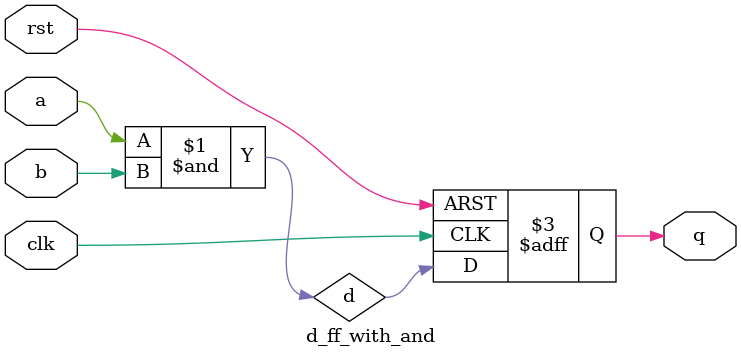
<source format=v>
module d_ff_with_and (
    input clk,
    input rst,
    input a,
    input b,
    output reg q
);

    wire d;

    assign d = a & b;

    always @(posedge clk or posedge rst) begin
        if (rst)
            q <= 0;
        else
            q <= d;
    end

endmodule

</source>
